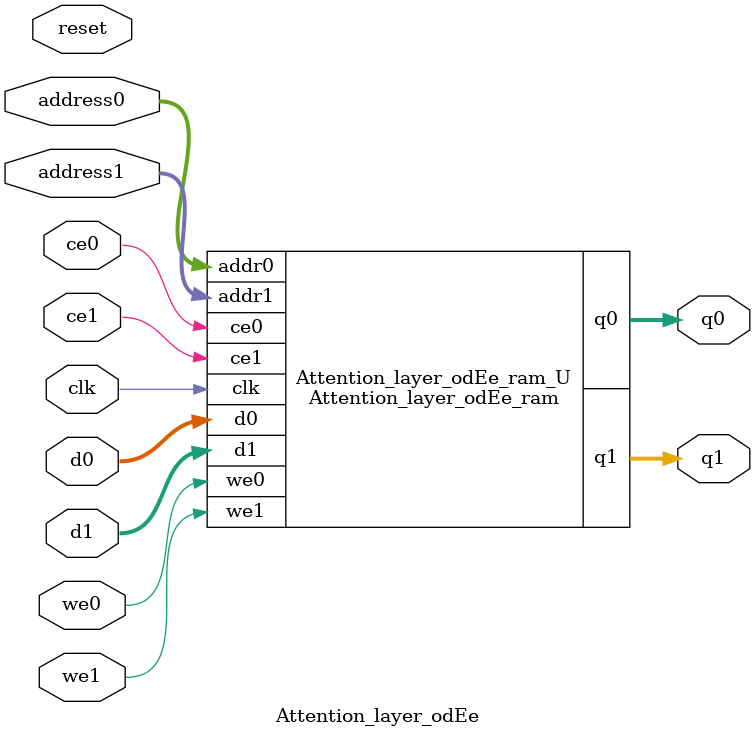
<source format=v>
`timescale 1 ns / 1 ps
module Attention_layer_odEe_ram (addr0, ce0, d0, we0, q0, addr1, ce1, d1, we1, q1,  clk);

parameter DWIDTH = 24;
parameter AWIDTH = 8;
parameter MEM_SIZE = 144;

input[AWIDTH-1:0] addr0;
input ce0;
input[DWIDTH-1:0] d0;
input we0;
output reg[DWIDTH-1:0] q0;
input[AWIDTH-1:0] addr1;
input ce1;
input[DWIDTH-1:0] d1;
input we1;
output reg[DWIDTH-1:0] q1;
input clk;

(* ram_style = "block" *)reg [DWIDTH-1:0] ram[0:MEM_SIZE-1];




always @(posedge clk)  
begin 
    if (ce0) begin
        if (we0) 
            ram[addr0] <= d0; 
        q0 <= ram[addr0];
    end
end


always @(posedge clk)  
begin 
    if (ce1) begin
        if (we1) 
            ram[addr1] <= d1; 
        q1 <= ram[addr1];
    end
end


endmodule

`timescale 1 ns / 1 ps
module Attention_layer_odEe(
    reset,
    clk,
    address0,
    ce0,
    we0,
    d0,
    q0,
    address1,
    ce1,
    we1,
    d1,
    q1);

parameter DataWidth = 32'd24;
parameter AddressRange = 32'd144;
parameter AddressWidth = 32'd8;
input reset;
input clk;
input[AddressWidth - 1:0] address0;
input ce0;
input we0;
input[DataWidth - 1:0] d0;
output[DataWidth - 1:0] q0;
input[AddressWidth - 1:0] address1;
input ce1;
input we1;
input[DataWidth - 1:0] d1;
output[DataWidth - 1:0] q1;



Attention_layer_odEe_ram Attention_layer_odEe_ram_U(
    .clk( clk ),
    .addr0( address0 ),
    .ce0( ce0 ),
    .we0( we0 ),
    .d0( d0 ),
    .q0( q0 ),
    .addr1( address1 ),
    .ce1( ce1 ),
    .we1( we1 ),
    .d1( d1 ),
    .q1( q1 ));

endmodule


</source>
